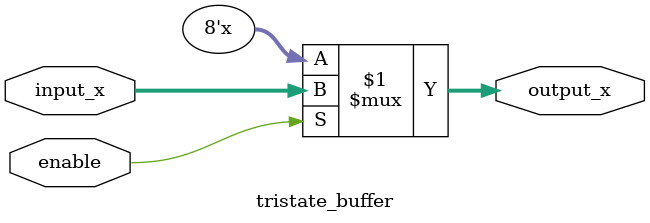
<source format=v>
module top(clk, mode, btns, swtchs, leds, segs, an);
  input clk;
  input[1:0] mode;
  input[1:0] btns;
  input[7:0] swtchs;
  output[7:0] leds;
  output[6:0] segs;
  output[3:0] an;

  //might need to change some of these from wires to regs
  wire cs;
  wire we;
  wire[6:0] addr;
  wire[7:0] data_out_mem;
  wire[7:0] data_out_ctrl;
  wire[7:0] data_bus;

  //MODIFY THE RIGHT HAND SIDE OF THESE TWO STATEMENTS ONLY
					// 1st driver of the data bus -- tri state switches,
                    // logical function of we and data_out_ctrl
  assign data_bus = (we == 1'b1) ? data_out_ctrl : 8'bzzzzzzzz; 

					   // 2nd driver of the data bus -- tri state switches,
                       // logical function of we and data_out_mem
  assign data_bus = (we == 1'b0) ? data_out_mem : 8'bzzzzzzzz; 


  controller ctrl(clk, cs, we, addr, data_bus, data_out_ctrl, mode,
    btns, swtchs, leds, segs, an);

  memory mem(clk, cs, we, addr, data_bus, data_out_mem);

  //add any other functions you need
  //(e.g. debouncing, multiplexing, clock-division, etc)

endmodule

///////////////////////////////////////////////////////////////////////////////
///////////////////////////////////////////////////////////////////////////////
///////////////////////////////////////////////////////////////////////////////
///////////////////////////////////////////////////////////////////////////////
///////////////////////////////////////////////////////////////////////////////

module clk_200hz_divider(clk100Mhz, slowClk);
  input clk100Mhz; //fast clock
  output reg slowClk; //slow clock

  reg[27:0] counter;

  initial begin
    counter = 0;
    slowClk = 0;
  end

  always @ (posedge clk100Mhz)
  begin
    if(counter == 250000) begin
      counter <= 1;
      slowClk <= ~slowClk;
    end
    else begin
      counter <= counter + 1;
    end
  end
endmodule

module d_ff(
	input D, clk,
	output reg Q, Qnot);

	initial begin
		Q = 0;
		Qnot = 1;
	end

	always @(posedge clk) begin
		Q <= D;
		Qnot <= ~D;
	end
endmodule

module AND_gate2(
	input A, B,
	output C);
	reg LUT[1:0][1:0];

	initial begin
	LUT[0][0] <= 0;
	LUT[0][1] <= 0;
	LUT[1][0] <= 0;
	LUT[1][1] <= 1;
	end

	assign C = LUT[A][B];
endmodule

module debouncer(
	input in, clk,
	output out);
	wire qa, qan;

	d_ff d1(in,clk,qa,qan);
	d_ff d2(qa,clk,out,qan);
endmodule

module singlepulse(
	input in, clk, 
	output s1, sp, s1n);
	wire syncout;

	d_ff d1(in,clk,s1,s1n);
	AND_gate2 and1(s1n,in,sp);

endmodule

module singlepulsedebounce(
	input press, clk,
	output sp);
	wire outdeb, s1, s1n;

	debouncer db1(press,clk,outdeb);
	singlepulse sp1(outdeb,clk,s1,sp, s1n);

endmodule

module SevenSeg(
	input clk_200hz,
	input [3:0] o,t,
	output reg [7:1] seven, 
	output reg [3:0] screen_val);
	reg[3:0] output_val;

	initial begin
		screen_val <= 0;
		output_val <= 0;
	end

	always @(posedge clk_200hz) begin
		if(screen_val == 13)
			screen_val <= 14;
		else
			screen_val <= 13;
	end
	
	always@(screen_val) begin
		case(screen_val)
			13: output_val <= t;
			14: output_val <= o;
			default: output_val <= 0;
		endcase
	end
	
	always@(output_val) begin
		case (output_val) 
			4'b0000 : seven <= 7'b1000000;	//0
			4'b0001 : seven <= 7'b1111001;	//1
			4'b0010 : seven <= 7'b0100100;	//2
			4'b0011 : seven <= 7'b0110000;	//3
			4'b0100 : seven <= 7'b0011001;	//4
			4'b0101 : seven <= 7'b0010010;	//5
			4'b0110 : seven <= 7'b0000010;	//6
			4'b0111 : seven <= 7'b1111000;	//7
			4'b1000 : seven <= 7'b0000000;	//8
			4'b1001 : seven <= 7'b0010000;	//9
			4'b1010 : seven <= 7'b0001000;	//A
			4'b1011 : seven <= 7'b0000011;	//B
			4'b1100 : seven <= 7'b1000110;	//C
			4'b1101 : seven <= 7'b0100001;	//D
			4'b1110 : seven <= 7'b0000110;	//E
			4'b1111 : seven <= 7'b0001110;	//F
		endcase
	end
endmodule

module controller(clk, cs, we, address, data_in, data_out, mode, btns, swtchs, leds, segs, an);
 input clk;
 output cs;
 output reg we;
 output reg[6:0] address;
 input[7:0] data_in;
 output reg[7:0] data_out;
 input[1:0] mode;
 input[1:0] btns;
 input[7:0] swtchs;
 output[7:0] leds;
 output[6:0] segs;
 output[3:0] an;
 reg [4:0] state;
 reg[6:0] SPR, DAR;
 reg[7:0] DVR, op1, op2;
 wire btnl, btnr, clk_200hz;
 
 //WRITE THE FUNCTION OF THE CONTROLLER
	initial begin
		SPR = 7'b1111111;
		DAR = 7'b0000000;
		DVR = 8'b00000000;
		state = 0;
	end
	
	always@(posedge clk) begin
		case(state)								// BTNL is swtchs[1] and BTNR is swtchs[0]
			0: begin							// push/pop mode
				we <= 0;
				DVR <= data_in;
				address <= DAR;
				if(btnl) begin					// delete/pop
					SPR <= SPR + 1;
					DAR <= SPR + 2;
				end
				else if(btnr) begin				// enter/push
					we <= 1;
					data_out <= swtchs;
					address <= SPR;
					SPR <= SPR -1;
					DAR <= SPR;
				end
				else
					state <= {3'b000, mode};
			end
			1: begin							// add/subtract mode
				we <= 0;
				DVR <= data_in;
				address <= DAR;
				if(btnl) begin					// subtract
					DAR <= SPR + 1;
					address <= SPR + 1;
					state <= 10;
				end
				else if(btnr) begin				// add
					DAR <= SPR + 1;
					address <= SPR + 1;
					state <= 4;
				end
				else
					state <= {3'b000, mode};
			end	
			2: begin							// clear/top mode
				we <= 0;
				DVR <= data_in;
				address <= DAR;
				if(btnl) begin					// clear/rst
					SPR = 7'b1111111;
					DAR = 7'b0000000;
					DVR = 8'b00000000;
				end
				else if(btnr)					// top
					DAR <= (SPR == 7'h7F) ? SPR : SPR + 1;
				else
					state <= {3'b000, mode};
			end
			3: begin							// dec/inc mode
				we <= 0;
				DVR <= data_in;
				address <= DAR;
				if(btnl)						// dec
					DAR <= DAR - 1;
				else if(btnr)					// inc
					DAR <= DAR + 1;
				else
					state <= {3'b000, mode};
			end
			4: begin	// wait for one cycle of memory
				state <= 5;
			end
			5: begin
				SPR <= SPR + 1;
				DAR <= DAR + 1;
				address <= DAR + 1;
				op1 <= data_in;
				state <= 6;
			end
			6: begin	// wait for one cycle of memory
				state <= 7;
			end
			7: begin
				SPR <= SPR + 1;
				op2 <= data_in;
				state <= 8;
			end
			8: begin	// wait for one cycle of memory
				state <= 9;
			end
			9: begin
				we <= 1;
				address <= SPR;
				data_out <= op2 + op1;
				SPR <= SPR - 1;
				// op1 <= 0;
				// op2 <= 0;
				state <= 16;
			end
			10: begin
				state <= 11;
			end
			11: begin
				SPR <= SPR + 1;
				DAR <= DAR + 1;
				address <= DAR + 1;
				op1 <= data_in;
				state <= 12;
			end
			12: begin
				state <= 13;
			end
			13: begin
				SPR <= SPR + 1;
				op2 <= data_in;
				state <= 14;
			end
			14: begin
				state <= 15;
			end
			15: begin
				we <= 1;
				address <= SPR;
				data_out <= op2 - op1;
				SPR <= SPR - 1;
				// op1 <= 0;
				// op2 <= 0;
				state <= 16;
			end
			16: begin
				state <= 17;
			end
			default: begin
				state <= {3'b000, mode};
			end
		endcase
	end
	
	
	clk_200hz_divider clk200(clk, clk_200hz);
	SevenSeg display(clk_200hz, DVR[3:0], DVR[7:4], segs, an);
	singlepulsedebounce btn0(btns[0], clk, btnr);
	singlepulsedebounce btn1(btns[1], clk, btnl);
	assign leds[6:0] = DAR;
	assign leds[7] = (SPR == 7'h7F) ? 1'b1 : 1'b0;
	assign cs = we;
endmodule

///////////////////////////////////////////////////////////////////////////////
///////////////////////////////////////////////////////////////////////////////
///////////////////////////////////////////////////////////////////////////////
///////////////////////////////////////////////////////////////////////////////
///////////////////////////////////////////////////////////////////////////////

module memory(clock, cs, we, address, data_in, data_out);
  //DO NOT MODIFY THIS MODULE
  input clock;
  input cs;
  input we;
  input[6:0] address;
  input[7:0] data_in;
  output[7:0] data_out;

  reg[7:0] data_out;

  reg[7:0] RAM[0:127];

  always @ (negedge clock)
  begin
    if((we == 1) && (cs == 1))
      RAM[address] <= data_in[7:0];

    data_out <= RAM[address];
  end
endmodule

module tristate_buffer(
	input[7:0] input_x,
	input enable,
	output[7:0] output_x);
	assign output_x = enable? input_x : 8'bzzzzzzzz;
endmodule

</source>
